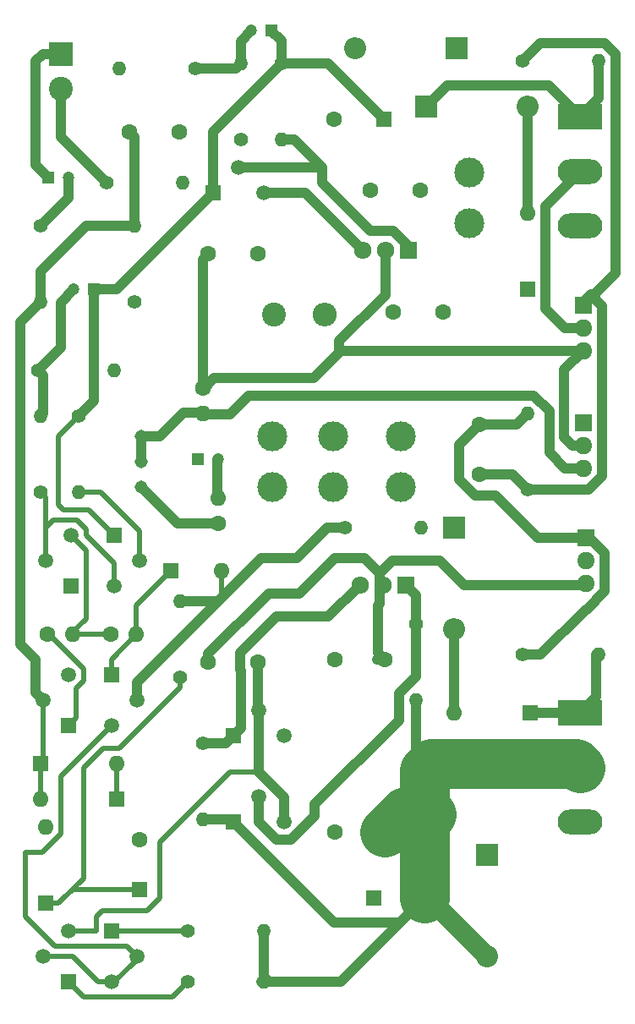
<source format=gbr>
%TF.GenerationSoftware,KiCad,Pcbnew,8.0.7*%
%TF.CreationDate,2025-02-07T17:51:35-05:00*%
%TF.ProjectId,classab-amp,636c6173-7361-4622-9d61-6d702e6b6963,rev?*%
%TF.SameCoordinates,Original*%
%TF.FileFunction,Copper,L1,Top*%
%TF.FilePolarity,Positive*%
%FSLAX46Y46*%
G04 Gerber Fmt 4.6, Leading zero omitted, Abs format (unit mm)*
G04 Created by KiCad (PCBNEW 8.0.7) date 2025-02-07 17:51:35*
%MOMM*%
%LPD*%
G01*
G04 APERTURE LIST*
%TA.AperFunction,ComponentPad*%
%ADD10R,1.710000X1.800000*%
%TD*%
%TA.AperFunction,ComponentPad*%
%ADD11O,1.710000X1.800000*%
%TD*%
%TA.AperFunction,ComponentPad*%
%ADD12C,1.400000*%
%TD*%
%TA.AperFunction,ComponentPad*%
%ADD13O,1.400000X1.400000*%
%TD*%
%TA.AperFunction,ComponentPad*%
%ADD14C,1.308000*%
%TD*%
%TA.AperFunction,ComponentPad*%
%ADD15R,1.200000X1.200000*%
%TD*%
%TA.AperFunction,ComponentPad*%
%ADD16C,1.200000*%
%TD*%
%TA.AperFunction,ComponentPad*%
%ADD17R,1.500000X1.500000*%
%TD*%
%TA.AperFunction,ComponentPad*%
%ADD18C,1.500000*%
%TD*%
%TA.AperFunction,ComponentPad*%
%ADD19R,1.600000X1.600000*%
%TD*%
%TA.AperFunction,ComponentPad*%
%ADD20C,1.600000*%
%TD*%
%TA.AperFunction,ComponentPad*%
%ADD21O,1.600000X1.600000*%
%TD*%
%TA.AperFunction,ComponentPad*%
%ADD22C,3.000000*%
%TD*%
%TA.AperFunction,ComponentPad*%
%ADD23R,1.800000X1.710000*%
%TD*%
%TA.AperFunction,ComponentPad*%
%ADD24O,1.800000X1.710000*%
%TD*%
%TA.AperFunction,ComponentPad*%
%ADD25R,2.200000X2.200000*%
%TD*%
%TA.AperFunction,ComponentPad*%
%ADD26O,2.200000X2.200000*%
%TD*%
%TA.AperFunction,ComponentPad*%
%ADD27R,2.400000X2.400000*%
%TD*%
%TA.AperFunction,ComponentPad*%
%ADD28C,2.400000*%
%TD*%
%TA.AperFunction,ComponentPad*%
%ADD29O,2.400000X2.400000*%
%TD*%
%TA.AperFunction,ComponentPad*%
%ADD30R,4.500000X2.500000*%
%TD*%
%TA.AperFunction,ComponentPad*%
%ADD31O,4.500000X2.500000*%
%TD*%
%TA.AperFunction,Conductor*%
%ADD32C,1.000000*%
%TD*%
%TA.AperFunction,Conductor*%
%ADD33C,0.500000*%
%TD*%
%TA.AperFunction,Conductor*%
%ADD34C,5.000000*%
%TD*%
%TA.AperFunction,Conductor*%
%ADD35C,2.000000*%
%TD*%
G04 APERTURE END LIST*
D10*
%TO.P,Q8,1,E*%
%TO.N,Net-(Q15-B)*%
X253227000Y-109861000D03*
D11*
%TO.P,Q8,2,C*%
%TO.N,Net-(Q14-B)*%
X250947000Y-109861000D03*
%TO.P,Q8,3,B*%
%TO.N,Net-(Q12-E)*%
X248667000Y-109861000D03*
%TD*%
D12*
%TO.P,R4,1*%
%TO.N,B+*%
X220472000Y-92964000D03*
D13*
%TO.P,R4,2*%
%TO.N,Net-(Q3-E)*%
X220472000Y-100584000D03*
%TD*%
D14*
%TO.P,RV1,1,1*%
%TO.N,Net-(Q7-B)*%
X226790000Y-94996000D03*
%TO.P,RV1,2,2*%
X226790000Y-97536000D03*
%TO.P,RV1,3,3*%
%TO.N,Net-(R12-Pad1)*%
X226790000Y-100076000D03*
%TD*%
D15*
%TO.P,C11,1*%
%TO.N,B+*%
X239776000Y-54356000D03*
D16*
%TO.P,C11,2*%
%TO.N,Net-(C11-Pad2)*%
X237776000Y-54356000D03*
%TD*%
D17*
%TO.P,Q3,1,E*%
%TO.N,Net-(Q3-E)*%
X219718000Y-109982000D03*
D18*
%TO.P,Q3,2,B*%
%TO.N,Net-(Q3-B)*%
X217178000Y-107442000D03*
%TO.P,Q3,3,C*%
%TO.N,Net-(Q3-C)*%
X219718000Y-104902000D03*
%TD*%
D19*
%TO.P,C12,1*%
%TO.N,B+*%
X251068651Y-63246000D03*
D20*
%TO.P,C12,2*%
%TO.N,PWRGND*%
X246068651Y-63246000D03*
%TD*%
D17*
%TO.P,Q4,1,E*%
%TO.N,B+*%
X224028000Y-104902000D03*
D18*
%TO.P,Q4,2,B*%
%TO.N,Net-(Q3-E)*%
X226568000Y-107442000D03*
%TO.P,Q4,3,C*%
%TO.N,Net-(Q3-B)*%
X224028000Y-109982000D03*
%TD*%
D17*
%TO.P,Q11,1,E*%
%TO.N,Net-(Q11-E)*%
X219456000Y-149630000D03*
D18*
%TO.P,Q11,2,B*%
%TO.N,Net-(Q11-B)*%
X216916000Y-147090000D03*
%TO.P,Q11,3,C*%
%TO.N,Net-(Q1-C)*%
X219456000Y-144550000D03*
%TD*%
D20*
%TO.P,R12,1*%
%TO.N,Net-(R12-Pad1)*%
X234442000Y-103661000D03*
D21*
%TO.P,R12,2*%
%TO.N,Net-(Q14-B)*%
X234442000Y-101121000D03*
%TD*%
D22*
%TO.P,J2,1,1*%
%TO.N,B-*%
X255778000Y-132842000D03*
%TO.P,J2,2,2*%
X255778000Y-127762000D03*
%TD*%
D23*
%TO.P,Q7,1,E*%
%TO.N,Net-(Q14-B)*%
X271018000Y-93594000D03*
D24*
%TO.P,Q7,2,C*%
%TO.N,Net-(Q13-B)*%
X271018000Y-95874000D03*
%TO.P,Q7,3,B*%
%TO.N,Net-(Q7-B)*%
X271018000Y-98154000D03*
%TD*%
D22*
%TO.P,J4,1,1*%
%TO.N,B+*%
X259588000Y-73660000D03*
%TO.P,J4,2,2*%
X259588000Y-68580000D03*
%TD*%
D20*
%TO.P,C2,1*%
%TO.N,Net-(D8-A)*%
X225592000Y-64516000D03*
%TO.P,C2,2*%
%TO.N,PWRGND*%
X230592000Y-64516000D03*
%TD*%
D23*
%TO.P,Q13,1,E*%
%TO.N,Net-(Q13-E)*%
X271018000Y-81864000D03*
D24*
%TO.P,Q13,2,C*%
%TO.N,B+*%
X271018000Y-84144000D03*
%TO.P,Q13,3,B*%
%TO.N,Net-(Q13-B)*%
X271018000Y-86424000D03*
%TD*%
D12*
%TO.P,R16,1*%
%TO.N,Net-(C11-Pad2)*%
X232156000Y-58166000D03*
D13*
%TO.P,R16,2*%
%TO.N,PWRGND*%
X224536000Y-58166000D03*
%TD*%
D12*
%TO.P,R22,1*%
%TO.N,GNDS*%
X223266000Y-69596000D03*
D13*
%TO.P,R22,2*%
%TO.N,PWRGND*%
X230886000Y-69596000D03*
%TD*%
D17*
%TO.P,Q15,1,E*%
%TO.N,B-*%
X235966000Y-133612000D03*
D18*
%TO.P,Q15,2,B*%
%TO.N,Net-(Q15-B)*%
X238506000Y-131072000D03*
%TO.P,Q15,3,C*%
%TO.N,Net-(Q1-C)*%
X241046000Y-133612000D03*
%TD*%
D23*
%TO.P,Q14,1,E*%
%TO.N,Net-(Q14-E)*%
X271272000Y-105168000D03*
D24*
%TO.P,Q14,2,C*%
%TO.N,B-*%
X271272000Y-107448000D03*
%TO.P,Q14,3,B*%
%TO.N,Net-(Q14-B)*%
X271272000Y-109728000D03*
%TD*%
D25*
%TO.P,D10,1,K*%
%TO.N,PWRGND*%
X261366000Y-136906000D03*
D26*
%TO.P,D10,2,A*%
%TO.N,B-*%
X261366000Y-147066000D03*
%TD*%
D20*
%TO.P,C15,1*%
%TO.N,B-*%
X251166000Y-134620000D03*
%TO.P,C15,2*%
%TO.N,PWRGND*%
X246166000Y-134620000D03*
%TD*%
D12*
%TO.P,R1,1*%
%TO.N,Net-(C1-Pad2)*%
X216662000Y-73914000D03*
D13*
%TO.P,R1,2*%
%TO.N,Net-(D8-A)*%
X216662000Y-81534000D03*
%TD*%
D15*
%TO.P,C6,1*%
%TO.N,Net-(Q13-B)*%
X232453401Y-97282000D03*
D16*
%TO.P,C6,2*%
%TO.N,Net-(Q14-B)*%
X234453401Y-97282000D03*
%TD*%
D25*
%TO.P,D7,1,K*%
%TO.N,B+*%
X258318000Y-56134000D03*
D26*
%TO.P,D7,2,A*%
%TO.N,PWRGND*%
X248158000Y-56134000D03*
%TD*%
D27*
%TO.P,J3,1,Pin_1*%
%TO.N,Net-(J3-Pin_1)*%
X218694000Y-56698000D03*
D28*
%TO.P,J3,2,Pin_2*%
%TO.N,GNDS*%
X218694000Y-60198000D03*
%TD*%
%TO.P,R20,1*%
%TO.N,PWRGND*%
X240047000Y-82804000D03*
D29*
%TO.P,R20,2*%
%TO.N,Net-(C3-Pad2)*%
X245127000Y-82804000D03*
%TD*%
D15*
%TO.P,C1,1*%
%TO.N,Net-(J3-Pin_1)*%
X217456000Y-69088000D03*
D16*
%TO.P,C1,2*%
%TO.N,Net-(C1-Pad2)*%
X219456000Y-69088000D03*
%TD*%
D20*
%TO.P,R24,1*%
%TO.N,Net-(Q1-E)*%
X217395000Y-114808000D03*
D21*
%TO.P,R24,2*%
%TO.N,Net-(Q3-C)*%
X219935000Y-114808000D03*
%TD*%
D19*
%TO.P,C4,1*%
%TO.N,Net-(D2-K)*%
X226568000Y-140324651D03*
D20*
%TO.P,C4,2*%
%TO.N,PWRGND*%
X226568000Y-135324651D03*
%TD*%
D19*
%TO.P,D8,1,K*%
%TO.N,Net-(D8-K)*%
X224282000Y-131318000D03*
D21*
%TO.P,D8,2,A*%
%TO.N,Net-(D8-A)*%
X216662000Y-131318000D03*
%TD*%
D12*
%TO.P,R7,1*%
%TO.N,Net-(D2-K)*%
X230632000Y-119126000D03*
D13*
%TO.P,R7,2*%
%TO.N,Net-(D8-K)*%
X230632000Y-111506000D03*
%TD*%
D12*
%TO.P,R18,1*%
%TO.N,Net-(Q14-E)*%
X264922000Y-116840000D03*
D13*
%TO.P,R18,2*%
%TO.N,Net-(D6-K)*%
X272542000Y-116840000D03*
%TD*%
D12*
%TO.P,R10,1*%
%TO.N,B+*%
X240792000Y-57658000D03*
D13*
%TO.P,R10,2*%
%TO.N,Net-(Q16-E)*%
X240792000Y-65278000D03*
%TD*%
D20*
%TO.P,R11,1*%
%TO.N,Net-(Q13-B)*%
X232918000Y-90141000D03*
D21*
%TO.P,R11,2*%
%TO.N,Net-(Q7-B)*%
X232918000Y-92681000D03*
%TD*%
D20*
%TO.P,C3,1*%
%TO.N,/SPEAKER*%
X257008000Y-82550000D03*
%TO.P,C3,2*%
%TO.N,Net-(C3-Pad2)*%
X252008000Y-82550000D03*
%TD*%
D19*
%TO.P,C13,1*%
%TO.N,PWRGND*%
X250073349Y-141224000D03*
D20*
%TO.P,C13,2*%
%TO.N,B-*%
X255073349Y-141224000D03*
%TD*%
D30*
%TO.P,Q9,1,G*%
%TO.N,Net-(D3-K)*%
X270678000Y-63014000D03*
D31*
%TO.P,Q9,2,D*%
%TO.N,B+*%
X270678000Y-68464000D03*
%TO.P,Q9,3,S*%
%TO.N,/SPEAKER*%
X270678000Y-73914000D03*
%TD*%
D17*
%TO.P,Q5,1,E*%
%TO.N,Net-(Q5-E)*%
X223774000Y-144550000D03*
D18*
%TO.P,Q5,2,B*%
%TO.N,Net-(Q11-B)*%
X226314000Y-147090000D03*
%TO.P,Q5,3,C*%
X223774000Y-149630000D03*
%TD*%
D20*
%TO.P,C10,1*%
%TO.N,Net-(Q14-B)*%
X251166000Y-117348000D03*
%TO.P,C10,2*%
%TO.N,PWRGND*%
X246166000Y-117348000D03*
%TD*%
%TO.P,C8,1*%
%TO.N,Net-(Q13-E)*%
X260604000Y-98806000D03*
%TO.P,C8,2*%
%TO.N,Net-(Q14-E)*%
X260604000Y-93806000D03*
%TD*%
D12*
%TO.P,R6,1*%
%TO.N,Net-(Q15-B)*%
X254254000Y-113792000D03*
D13*
%TO.P,R6,2*%
%TO.N,B-*%
X254254000Y-121412000D03*
%TD*%
%TO.P,R5,2*%
%TO.N,B-*%
X239014000Y-144526000D03*
D12*
%TO.P,R5,1*%
%TO.N,Net-(Q5-E)*%
X231394000Y-144526000D03*
%TD*%
%TO.P,R2,1*%
%TO.N,PWRGND*%
X226060000Y-81534000D03*
D13*
%TO.P,R2,2*%
%TO.N,Net-(D8-A)*%
X226060000Y-73914000D03*
%TD*%
D12*
%TO.P,R8,1*%
%TO.N,Net-(Q13-E)*%
X264922000Y-57404000D03*
D13*
%TO.P,R8,2*%
%TO.N,Net-(D3-K)*%
X272542000Y-57404000D03*
%TD*%
D17*
%TO.P,Q2,1,E*%
%TO.N,Net-(Q2-E)*%
X223766000Y-118872000D03*
D18*
%TO.P,Q2,2,B*%
%TO.N,Net-(D8-K)*%
X226306000Y-121412000D03*
%TO.P,Q2,3,C*%
%TO.N,Net-(Q11-B)*%
X223766000Y-123952000D03*
%TD*%
D12*
%TO.P,R13,1*%
%TO.N,Net-(Q12-E)*%
X232918000Y-125730000D03*
D13*
%TO.P,R13,2*%
%TO.N,B-*%
X232918000Y-133350000D03*
%TD*%
D19*
%TO.P,D2,1,K*%
%TO.N,Net-(D2-K)*%
X217170000Y-141732000D03*
D21*
%TO.P,D2,2,A*%
%TO.N,PWRGND*%
X217170000Y-134112000D03*
%TD*%
D19*
%TO.P,D1,1,K*%
%TO.N,Net-(Q2-E)*%
X229714315Y-108458000D03*
D21*
%TO.P,D1,2,A*%
%TO.N,Net-(D8-K)*%
X234794315Y-108458000D03*
%TD*%
D10*
%TO.P,Q16,1,E*%
%TO.N,Net-(Q16-E)*%
X253481000Y-76333000D03*
D11*
%TO.P,Q16,2,C*%
%TO.N,Net-(Q13-B)*%
X251201000Y-76333000D03*
%TO.P,Q16,3,B*%
%TO.N,Net-(Q16-B)*%
X248921000Y-76333000D03*
%TD*%
D25*
%TO.P,D5,1,K*%
%TO.N,/SPEAKER*%
X258064000Y-104140000D03*
D26*
%TO.P,D5,2,A*%
%TO.N,Net-(D5-A)*%
X258064000Y-114300000D03*
%TD*%
D13*
%TO.P,R3,2*%
%TO.N,B-*%
X239014000Y-149606000D03*
D12*
%TO.P,R3,1*%
%TO.N,Net-(Q11-E)*%
X231394000Y-149606000D03*
%TD*%
D19*
%TO.P,D9,1,K*%
%TO.N,Net-(D8-A)*%
X216662000Y-127762000D03*
D21*
%TO.P,D9,2,A*%
%TO.N,Net-(D8-K)*%
X224282000Y-127762000D03*
%TD*%
D22*
%TO.P,J5,1,1*%
%TO.N,PWRGND*%
X245972000Y-100076000D03*
%TO.P,J5,2,2*%
X245972000Y-94996000D03*
%TD*%
D25*
%TO.P,D3,1,K*%
%TO.N,Net-(D3-K)*%
X255270000Y-61976000D03*
D26*
%TO.P,D3,2,A*%
%TO.N,Net-(D3-A)*%
X265430000Y-61976000D03*
%TD*%
D12*
%TO.P,R15,1*%
%TO.N,Net-(C7-Pad2)*%
X216408000Y-88392000D03*
D13*
%TO.P,R15,2*%
%TO.N,PWRGND*%
X224028000Y-88392000D03*
%TD*%
D12*
%TO.P,R9,1*%
%TO.N,Net-(D8-K)*%
X247142000Y-104140000D03*
D13*
%TO.P,R9,2*%
%TO.N,/SPEAKER*%
X254762000Y-104140000D03*
%TD*%
D20*
%TO.P,C5,1*%
%TO.N,Net-(Q1-C)*%
X238466000Y-117602000D03*
%TO.P,C5,2*%
%TO.N,Net-(Q14-B)*%
X233466000Y-117602000D03*
%TD*%
D12*
%TO.P,R23,1*%
%TO.N,Net-(Q13-E)*%
X265430000Y-100330000D03*
D13*
%TO.P,R23,2*%
%TO.N,Net-(Q14-E)*%
X265430000Y-92710000D03*
%TD*%
D20*
%TO.P,C9,1*%
%TO.N,Net-(Q13-B)*%
X233466000Y-76708000D03*
%TO.P,C9,2*%
%TO.N,PWRGND*%
X238466000Y-76708000D03*
%TD*%
D12*
%TO.P,R19,1*%
%TO.N,Net-(Q3-B)*%
X216662000Y-100584000D03*
D13*
%TO.P,R19,2*%
%TO.N,Net-(C7-Pad2)*%
X216662000Y-92964000D03*
%TD*%
D22*
%TO.P,J1,1,1*%
%TO.N,/SPEAKER*%
X252730000Y-100076000D03*
%TO.P,J1,2,2*%
X252730000Y-94996000D03*
%TD*%
D17*
%TO.P,Q1,1,E*%
%TO.N,Net-(Q1-E)*%
X219464000Y-123952000D03*
D18*
%TO.P,Q1,2,B*%
%TO.N,Net-(D8-A)*%
X216924000Y-121412000D03*
%TO.P,Q1,3,C*%
%TO.N,Net-(Q1-C)*%
X219464000Y-118872000D03*
%TD*%
D20*
%TO.P,C16,1*%
%TO.N,PWRGND*%
X249722000Y-70358000D03*
%TO.P,C16,2*%
%TO.N,B+*%
X254722000Y-70358000D03*
%TD*%
D17*
%TO.P,Q6,1,E*%
%TO.N,B+*%
X233934000Y-70620000D03*
D18*
%TO.P,Q6,2,B*%
%TO.N,Net-(Q16-E)*%
X236474000Y-68080000D03*
%TO.P,Q6,3,C*%
%TO.N,Net-(Q16-B)*%
X239014000Y-70620000D03*
%TD*%
D19*
%TO.P,D4,1,K*%
%TO.N,/SPEAKER*%
X265430000Y-80264000D03*
D21*
%TO.P,D4,2,A*%
%TO.N,Net-(D3-A)*%
X265430000Y-72644000D03*
%TD*%
D15*
%TO.P,C7,1*%
%TO.N,B+*%
X221996000Y-80264000D03*
D16*
%TO.P,C7,2*%
%TO.N,Net-(C7-Pad2)*%
X219996000Y-80264000D03*
%TD*%
D20*
%TO.P,R25,1*%
%TO.N,Net-(Q3-C)*%
X223745000Y-114808000D03*
D21*
%TO.P,R25,2*%
%TO.N,Net-(Q2-E)*%
X226285000Y-114808000D03*
%TD*%
D22*
%TO.P,J6,1,1*%
%TO.N,PWRGND*%
X239876000Y-100076000D03*
%TO.P,J6,2,2*%
X239876000Y-94996000D03*
%TD*%
D30*
%TO.P,Q10,1,G*%
%TO.N,Net-(D6-K)*%
X270678000Y-122704000D03*
D31*
%TO.P,Q10,2,D*%
%TO.N,B-*%
X270678000Y-128154000D03*
%TO.P,Q10,3,S*%
%TO.N,/SPEAKER*%
X270678000Y-133604000D03*
%TD*%
D17*
%TO.P,Q12,1,E*%
%TO.N,Net-(Q12-E)*%
X235966000Y-124976000D03*
D18*
%TO.P,Q12,2,B*%
%TO.N,Net-(Q1-C)*%
X238506000Y-122436000D03*
%TO.P,Q12,3,C*%
%TO.N,PWRGND*%
X241046000Y-124976000D03*
%TD*%
D12*
%TO.P,R14,1*%
%TO.N,Net-(Q16-B)*%
X236728000Y-65278000D03*
D13*
%TO.P,R14,2*%
%TO.N,Net-(C11-Pad2)*%
X236728000Y-57658000D03*
%TD*%
D19*
%TO.P,D6,1,K*%
%TO.N,Net-(D6-K)*%
X265684000Y-122682000D03*
D21*
%TO.P,D6,2,A*%
%TO.N,Net-(D5-A)*%
X258064000Y-122682000D03*
%TD*%
D32*
%TO.N,Net-(Q14-B)*%
X242570000Y-110744000D02*
X246126000Y-107188000D01*
X239496680Y-110744000D02*
X242570000Y-110744000D01*
X233466000Y-116774680D02*
X239496680Y-110744000D01*
X249100874Y-107188000D02*
X250624874Y-108712000D01*
X233466000Y-117602000D02*
X233466000Y-116774680D01*
X246126000Y-107188000D02*
X249100874Y-107188000D01*
%TO.N,B+*%
X240792000Y-55372000D02*
X240792000Y-57658000D01*
X239732600Y-54312600D02*
X240792000Y-55372000D01*
%TO.N,Net-(C11-Pad2)*%
X236728000Y-55404000D02*
X237776000Y-54356000D01*
X236728000Y-57658000D02*
X236728000Y-55404000D01*
X236220000Y-58166000D02*
X236728000Y-57658000D01*
X232156000Y-58166000D02*
X236220000Y-58166000D01*
%TO.N,B+*%
X233934000Y-64516000D02*
X240792000Y-57658000D01*
X233934000Y-70620000D02*
X233934000Y-64516000D01*
D33*
X218440000Y-94996000D02*
X220472000Y-92964000D01*
X218948000Y-102362000D02*
X218440000Y-101854000D01*
X221488000Y-102362000D02*
X218948000Y-102362000D01*
X218440000Y-101854000D02*
X218440000Y-94996000D01*
X224028000Y-104902000D02*
X221488000Y-102362000D01*
D32*
%TO.N,B-*%
X239014000Y-149122000D02*
X239014000Y-144526000D01*
X239522000Y-149630000D02*
X239014000Y-149122000D01*
X239522000Y-149630000D02*
X246726649Y-149630000D01*
X238784000Y-149630000D02*
X239522000Y-149630000D01*
D33*
%TO.N,Net-(Q11-E)*%
X220956000Y-151130000D02*
X219456000Y-149630000D01*
X229870000Y-151130000D02*
X220956000Y-151130000D01*
X231394000Y-149606000D02*
X229870000Y-151130000D01*
%TO.N,Net-(Q5-E)*%
X223774000Y-144550000D02*
X231164000Y-144550000D01*
D32*
%TO.N,B-*%
X246726649Y-149630000D02*
X255132651Y-141223998D01*
X238760000Y-149606000D02*
X238784000Y-149630000D01*
%TO.N,Net-(J3-Pin_1)*%
X216154000Y-57412944D02*
X216154000Y-67786000D01*
X216896944Y-56670000D02*
X216154000Y-57412944D01*
X218594000Y-56670000D02*
X216896944Y-56670000D01*
X216154000Y-67786000D02*
X217456000Y-69088000D01*
%TO.N,Net-(D8-A)*%
X214630000Y-115824000D02*
X216154000Y-117348000D01*
D33*
X216924000Y-127500000D02*
X216924000Y-121412000D01*
D32*
X216662000Y-81534000D02*
X214630000Y-83566000D01*
X216154000Y-117348000D02*
X216154000Y-120642000D01*
D33*
X216662000Y-131318000D02*
X216662000Y-128016000D01*
D32*
X216662000Y-78486000D02*
X221234000Y-73914000D01*
X226060000Y-73914000D02*
X226060000Y-64984000D01*
X216154000Y-120642000D02*
X216924000Y-121412000D01*
X214630000Y-83566000D02*
X214630000Y-115824000D01*
X216662000Y-81534000D02*
X216662000Y-78486000D01*
X226060000Y-64984000D02*
X225592000Y-64516000D01*
X221234000Y-73914000D02*
X226060000Y-73914000D01*
D33*
%TO.N,Net-(Q1-E)*%
X220218000Y-123198000D02*
X220218000Y-120239321D01*
X220980000Y-118266679D02*
X217521321Y-114808000D01*
X220218000Y-120239321D02*
X220980000Y-119477321D01*
X219464000Y-123952000D02*
X220218000Y-123198000D01*
X220980000Y-119477321D02*
X220980000Y-118266679D01*
%TO.N,Net-(Q3-E)*%
X220472000Y-100584000D02*
X222710000Y-100584000D01*
X222710000Y-100584000D02*
X226568000Y-104442000D01*
X226568000Y-104442000D02*
X226568000Y-107442000D01*
D32*
%TO.N,Net-(Q7-B)*%
X267618000Y-96564000D02*
X269208000Y-98154000D01*
X230971780Y-92624220D02*
X233140000Y-92624220D01*
X237490000Y-90932000D02*
X266070000Y-90932000D01*
X226790000Y-97536000D02*
X226790000Y-94996000D01*
X266070000Y-90932000D02*
X267618000Y-92480000D01*
X228600000Y-94996000D02*
X230971780Y-92624220D01*
X235662780Y-92759220D02*
X237490000Y-90932000D01*
X226790000Y-94996000D02*
X228600000Y-94996000D01*
X233010585Y-92759220D02*
X235662780Y-92759220D01*
X269208000Y-98154000D02*
X271018000Y-98154000D01*
X267618000Y-92480000D02*
X267618000Y-96564000D01*
%TO.N,Net-(D5-A)*%
X258064000Y-114300000D02*
X258064000Y-122682000D01*
%TO.N,Net-(C1-Pad2)*%
X219456000Y-71120000D02*
X216662000Y-73914000D01*
X219456000Y-69088000D02*
X219456000Y-71120000D01*
%TO.N,Net-(Q16-E)*%
X244856000Y-68072000D02*
X244856000Y-69599634D01*
X249689366Y-74433000D02*
X251969366Y-74433000D01*
X244856000Y-69599634D02*
X249689366Y-74433000D01*
X240792000Y-65278000D02*
X242062000Y-65278000D01*
X242062000Y-65278000D02*
X244856000Y-68072000D01*
X251969366Y-74433000D02*
X253481000Y-75944634D01*
X244856000Y-68072000D02*
X236482000Y-68072000D01*
%TO.N,GNDS*%
X218694000Y-65024000D02*
X223266000Y-69596000D01*
X218694000Y-60170000D02*
X218694000Y-65024000D01*
%TO.N,B+*%
X267230000Y-82166000D02*
X267230000Y-71912000D01*
X221996000Y-80264000D02*
X221996000Y-91440000D01*
X271018000Y-84144000D02*
X269208000Y-84144000D01*
X267230000Y-71912000D02*
X270678000Y-68464000D01*
X240792000Y-57658000D02*
X245480651Y-57658000D01*
X221996000Y-91440000D02*
X220472000Y-92964000D01*
X245480651Y-57658000D02*
X251068651Y-63246000D01*
X224290000Y-80264000D02*
X233934000Y-70620000D01*
X269208000Y-84144000D02*
X267230000Y-82166000D01*
X224290000Y-80264000D02*
X221996000Y-80264000D01*
%TO.N,B-*%
X232918000Y-133350000D02*
X235704000Y-133350000D01*
X246043129Y-143689129D02*
X252667520Y-143689129D01*
D34*
X255778000Y-127762000D02*
X270286000Y-127762000D01*
D35*
X261366000Y-147066000D02*
X255523998Y-141223998D01*
D34*
X255524000Y-132588000D02*
X255778000Y-132842000D01*
D32*
X252667520Y-143689129D02*
X255132651Y-141223998D01*
D35*
X255523998Y-141223998D02*
X255132651Y-141223998D01*
D34*
X270286000Y-127762000D02*
X270678000Y-128154000D01*
D32*
X235966000Y-133612000D02*
X246043129Y-143689129D01*
D34*
X255132651Y-141224000D02*
X255132651Y-128407349D01*
D32*
X254254000Y-121412000D02*
X254254000Y-126238000D01*
X235704000Y-133350000D02*
X235966000Y-133612000D01*
D34*
X255132651Y-128407349D02*
X255778000Y-127762000D01*
D32*
X254254000Y-126238000D02*
X255778000Y-127762000D01*
D34*
X251166000Y-134620000D02*
X253198000Y-132588000D01*
X253198000Y-132588000D02*
X255524000Y-132588000D01*
D32*
%TO.N,Net-(R12-Pad1)*%
X226790000Y-100076000D02*
X230375000Y-103661000D01*
X230375000Y-103661000D02*
X234442000Y-103661000D01*
%TO.N,Net-(C7-Pad2)*%
X216916000Y-88900000D02*
X216916000Y-92710000D01*
X216916000Y-92710000D02*
X216662000Y-92964000D01*
X216408000Y-88392000D02*
X216916000Y-88900000D01*
X219996000Y-80264000D02*
X218694000Y-81566000D01*
X218694000Y-81566000D02*
X218694000Y-86106000D01*
X218694000Y-86106000D02*
X216408000Y-88392000D01*
D33*
%TO.N,Net-(Q11-B)*%
X216822032Y-136652000D02*
X215138000Y-136652000D01*
X218720000Y-128998000D02*
X218720000Y-134754032D01*
X226052000Y-146828000D02*
X225274000Y-146050000D01*
X225274000Y-146050000D02*
X218110000Y-146050000D01*
X215138000Y-143078000D02*
X215138000Y-136652000D01*
X222414679Y-149630000D02*
X224028000Y-149630000D01*
X224028000Y-149630000D02*
X226052000Y-147606000D01*
X219874679Y-147090000D02*
X222414679Y-149630000D01*
X218110000Y-146050000D02*
X215138000Y-143078000D01*
X226052000Y-147606000D02*
X226052000Y-146828000D01*
X223766000Y-123952000D02*
X218720000Y-128998000D01*
X216916000Y-147090000D02*
X219874679Y-147090000D01*
X218720000Y-134754032D02*
X216822032Y-136652000D01*
%TO.N,Net-(Q1-C)*%
X235620264Y-128597126D02*
X238506000Y-128597126D01*
X219456000Y-144550000D02*
X222274000Y-144550000D01*
D32*
X241046000Y-131137126D02*
X238506000Y-128597126D01*
X238466000Y-117602000D02*
X238466000Y-122396000D01*
D33*
X228605390Y-135612000D02*
X235620264Y-128597126D01*
X227330000Y-142494000D02*
X228605390Y-141218610D01*
X228605390Y-141218610D02*
X228605390Y-135612000D01*
D32*
X241046000Y-133612000D02*
X241046000Y-131137126D01*
D33*
X222274000Y-144550000D02*
X222274000Y-143050000D01*
X222830000Y-142494000D02*
X227330000Y-142494000D01*
D32*
X238506000Y-128597126D02*
X238506000Y-122436000D01*
D33*
X222274000Y-143050000D02*
X222830000Y-142494000D01*
D32*
%TO.N,Net-(Q14-B)*%
X271018000Y-109884000D02*
X259080000Y-109884000D01*
X250624874Y-111708492D02*
X250444000Y-111889366D01*
X259080000Y-109884000D02*
X256638000Y-107442000D01*
X251894874Y-107442000D02*
X250624874Y-108712000D01*
X250444000Y-111889366D02*
X250444000Y-116626000D01*
X250624874Y-108712000D02*
X250624874Y-111708492D01*
X250444000Y-116626000D02*
X251166000Y-117348000D01*
X234410000Y-101089000D02*
X234410000Y-97282000D01*
X251166000Y-117348000D02*
X250404000Y-117348000D01*
X256638000Y-107442000D02*
X251894874Y-107442000D01*
%TO.N,Net-(Q13-E)*%
X274242000Y-56699836D02*
X273168164Y-55626000D01*
X272918000Y-81910000D02*
X272918000Y-98922366D01*
X260604000Y-98806000D02*
X263906000Y-98806000D01*
X271018000Y-81534000D02*
X271780000Y-80772000D01*
X271780000Y-80772000D02*
X272918000Y-81910000D01*
X271018000Y-81864000D02*
X274242000Y-78640000D01*
X266700000Y-55626000D02*
X264922000Y-57404000D01*
X271510366Y-100330000D02*
X265430000Y-100330000D01*
X274242000Y-78640000D02*
X274242000Y-56699836D01*
X273168164Y-55626000D02*
X266700000Y-55626000D01*
X272918000Y-98922366D02*
X271510366Y-100330000D01*
X263906000Y-98806000D02*
X265430000Y-100330000D01*
%TO.N,Net-(Q13-B)*%
X232918000Y-77256000D02*
X233466000Y-76708000D01*
X251201000Y-80811415D02*
X246588220Y-85424195D01*
X246588220Y-86574000D02*
X244008220Y-89154000D01*
X271018000Y-86424000D02*
X269118000Y-88324000D01*
X234070220Y-89154000D02*
X233005000Y-90219220D01*
X246738220Y-86424000D02*
X246588220Y-86574000D01*
X246588220Y-85424195D02*
X246588220Y-86574000D01*
X269956000Y-95874000D02*
X271018000Y-95874000D01*
X244008220Y-89154000D02*
X234070220Y-89154000D01*
X232918000Y-90141000D02*
X232918000Y-77256000D01*
X269118000Y-88324000D02*
X269118000Y-95036000D01*
X251201000Y-76333000D02*
X251201000Y-80811415D01*
X269118000Y-95036000D02*
X269956000Y-95874000D01*
X271018000Y-86424000D02*
X246738220Y-86424000D01*
D33*
%TO.N,Net-(D2-K)*%
X220980000Y-139222000D02*
X220980000Y-128152214D01*
X222920214Y-126212000D02*
X224535949Y-126212000D01*
X218709000Y-141493000D02*
X220980000Y-139222000D01*
X218470000Y-141732000D02*
X218709000Y-141493000D01*
X226568000Y-140324651D02*
X219877349Y-140324651D01*
X220980000Y-128152214D02*
X222920214Y-126212000D01*
X224535949Y-126212000D02*
X230632000Y-120115949D01*
X219877349Y-140324651D02*
X218709000Y-141493000D01*
X217170000Y-141732000D02*
X218470000Y-141732000D01*
X230632000Y-120115949D02*
X230632000Y-119126000D01*
D32*
%TO.N,Net-(D3-A)*%
X265430000Y-61976000D02*
X265430000Y-72644000D01*
%TO.N,Net-(D3-K)*%
X257370000Y-59876000D02*
X267540000Y-59876000D01*
X255270000Y-61976000D02*
X257370000Y-59876000D01*
X272542000Y-61150000D02*
X270678000Y-63014000D01*
X272542000Y-57404000D02*
X272542000Y-61150000D01*
X267540000Y-59876000D02*
X269059000Y-61395000D01*
X268810000Y-61146000D02*
X270678000Y-63014000D01*
%TO.N,Net-(D6-K)*%
X272288000Y-121094000D02*
X270678000Y-122704000D01*
X272288000Y-116840000D02*
X272288000Y-121094000D01*
X265684000Y-122682000D02*
X270656000Y-122682000D01*
D33*
%TO.N,Net-(Q3-B)*%
X217178000Y-107442000D02*
X217178000Y-104140000D01*
X221218000Y-104886000D02*
X221218000Y-104280679D01*
X221218000Y-104280679D02*
X220339321Y-103402000D01*
X224028000Y-109982000D02*
X224028000Y-107696000D01*
X224028000Y-107696000D02*
X221218000Y-104886000D01*
X217178000Y-104140000D02*
X217178000Y-101100000D01*
X217178000Y-101100000D02*
X216662000Y-100584000D01*
X217916000Y-103402000D02*
X217178000Y-104140000D01*
X220339321Y-103402000D02*
X217916000Y-103402000D01*
%TO.N,Net-(Q3-C)*%
X221218000Y-113242000D02*
X221218000Y-106402000D01*
X221218000Y-106402000D02*
X219718000Y-104902000D01*
X219935000Y-114808000D02*
X223745000Y-114808000D01*
X219935000Y-114525000D02*
X221218000Y-113242000D01*
D32*
%TO.N,Net-(Q16-B)*%
X239014000Y-70620000D02*
X243208000Y-70620000D01*
X243208000Y-70620000D02*
X248921000Y-76333000D01*
%TO.N,Net-(Q15-B)*%
X252554000Y-123400415D02*
X252554000Y-120707836D01*
X254254000Y-119007836D02*
X254254000Y-113792000D01*
X254254000Y-110888000D02*
X253227000Y-109861000D01*
X241770874Y-135362000D02*
X244112000Y-133020874D01*
X244112000Y-131842415D02*
X252554000Y-123400415D01*
X244112000Y-133020874D02*
X244112000Y-131842415D01*
X254254000Y-113792000D02*
X254254000Y-110888000D01*
X238506000Y-133546874D02*
X240321126Y-135362000D01*
X252554000Y-120707836D02*
X254254000Y-119007836D01*
X238506000Y-131072000D02*
X238506000Y-133546874D01*
X240321126Y-135362000D02*
X241770874Y-135362000D01*
%TO.N,Net-(Q12-E)*%
X240284000Y-113030000D02*
X245498000Y-113030000D01*
X245498000Y-113030000D02*
X248667000Y-109861000D01*
X236666000Y-118347585D02*
X236666000Y-116648000D01*
X235966000Y-124976000D02*
X236728000Y-124214000D01*
X236728000Y-124214000D02*
X236728000Y-118409585D01*
X235212000Y-125730000D02*
X232918000Y-125730000D01*
X235966000Y-124976000D02*
X235212000Y-125730000D01*
X236728000Y-118409585D02*
X236666000Y-118347585D01*
X236666000Y-116648000D02*
X240284000Y-113030000D01*
%TO.N,Net-(Q14-E)*%
X262201585Y-100911585D02*
X260164000Y-100911585D01*
X258572000Y-99319585D02*
X258572000Y-95838000D01*
X266730366Y-116840000D02*
X271272000Y-112298366D01*
X258572000Y-95838000D02*
X260604000Y-93806000D01*
X260604000Y-93806000D02*
X264334000Y-93806000D01*
X264922000Y-116840000D02*
X266730366Y-116840000D01*
X273172000Y-106679634D02*
X271660366Y-105168000D01*
X273172000Y-110496366D02*
X273172000Y-106679634D01*
X271272000Y-105168000D02*
X266458000Y-105168000D01*
X264334000Y-93806000D02*
X265430000Y-92710000D01*
X260164000Y-100911585D02*
X258572000Y-99319585D01*
X271370000Y-112298366D02*
X273172000Y-110496366D01*
X271272000Y-112298366D02*
X271370000Y-112298366D01*
X266458000Y-105168000D02*
X262201585Y-100911585D01*
%TO.N,Net-(D8-K)*%
X226306000Y-119642000D02*
X226306000Y-121412000D01*
D33*
X224282000Y-131318000D02*
X224282000Y-128016000D01*
D32*
X234315000Y-111633000D02*
X226306000Y-119642000D01*
D33*
X234794315Y-111096315D02*
X234823000Y-111125000D01*
D32*
X234188000Y-111506000D02*
X234315000Y-111633000D01*
X234315000Y-111633000D02*
X234823000Y-111125000D01*
X230632000Y-111506000D02*
X234188000Y-111506000D01*
X238760000Y-107188000D02*
X242321585Y-107188000D01*
X234823000Y-111125000D02*
X238760000Y-107188000D01*
X245369585Y-104140000D02*
X247142000Y-104140000D01*
X242321585Y-107188000D02*
X245369585Y-104140000D01*
D33*
X234794315Y-108458000D02*
X234794315Y-111096315D01*
%TO.N,Net-(Q2-E)*%
X223766000Y-118872000D02*
X223766000Y-117327000D01*
X226285000Y-111887315D02*
X226285000Y-114808000D01*
X229714315Y-108458000D02*
X226285000Y-111887315D01*
X223766000Y-117327000D02*
X226285000Y-114808000D01*
%TD*%
M02*

</source>
